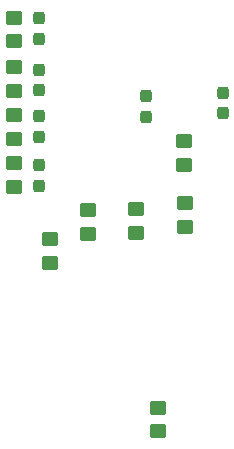
<source format=gbr>
%TF.GenerationSoftware,KiCad,Pcbnew,(6.0.11)*%
%TF.CreationDate,2023-02-15T13:18:50+01:00*%
%TF.ProjectId,FringeLocker,4672696e-6765-44c6-9f63-6b65722e6b69,0.1*%
%TF.SameCoordinates,Original*%
%TF.FileFunction,Paste,Bot*%
%TF.FilePolarity,Positive*%
%FSLAX46Y46*%
G04 Gerber Fmt 4.6, Leading zero omitted, Abs format (unit mm)*
G04 Created by KiCad (PCBNEW (6.0.11)) date 2023-02-15 13:18:50*
%MOMM*%
%LPD*%
G01*
G04 APERTURE LIST*
G04 Aperture macros list*
%AMRoundRect*
0 Rectangle with rounded corners*
0 $1 Rounding radius*
0 $2 $3 $4 $5 $6 $7 $8 $9 X,Y pos of 4 corners*
0 Add a 4 corners polygon primitive as box body*
4,1,4,$2,$3,$4,$5,$6,$7,$8,$9,$2,$3,0*
0 Add four circle primitives for the rounded corners*
1,1,$1+$1,$2,$3*
1,1,$1+$1,$4,$5*
1,1,$1+$1,$6,$7*
1,1,$1+$1,$8,$9*
0 Add four rect primitives between the rounded corners*
20,1,$1+$1,$2,$3,$4,$5,0*
20,1,$1+$1,$4,$5,$6,$7,0*
20,1,$1+$1,$6,$7,$8,$9,0*
20,1,$1+$1,$8,$9,$2,$3,0*%
G04 Aperture macros list end*
%ADD10RoundRect,0.237500X-0.237500X0.300000X-0.237500X-0.300000X0.237500X-0.300000X0.237500X0.300000X0*%
%ADD11RoundRect,0.250000X-0.450000X0.350000X-0.450000X-0.350000X0.450000X-0.350000X0.450000X0.350000X0*%
%ADD12RoundRect,0.250000X0.450000X-0.350000X0.450000X0.350000X-0.450000X0.350000X-0.450000X-0.350000X0*%
G04 APERTURE END LIST*
D10*
%TO.C,C3*%
X132895000Y-77137500D03*
X132895000Y-78862500D03*
%TD*%
%TO.C,C5*%
X142000000Y-75437500D03*
X142000000Y-77162500D03*
%TD*%
D11*
%TO.C,R2*%
X137045000Y-85087500D03*
X137045000Y-87087500D03*
%TD*%
%TO.C,R10*%
X143000000Y-101800000D03*
X143000000Y-103800000D03*
%TD*%
D12*
%TO.C,R8*%
X130795000Y-79037500D03*
X130795000Y-77037500D03*
%TD*%
%TO.C,R7*%
X130795000Y-74987500D03*
X130795000Y-72987500D03*
%TD*%
D10*
%TO.C,C6*%
X148500000Y-75137500D03*
X148500000Y-76862500D03*
%TD*%
D12*
%TO.C,R9*%
X130795000Y-83087500D03*
X130795000Y-81087500D03*
%TD*%
%TO.C,R4*%
X133895000Y-89537500D03*
X133895000Y-87537500D03*
%TD*%
D10*
%TO.C,C1*%
X132945000Y-68837500D03*
X132945000Y-70562500D03*
%TD*%
D12*
%TO.C,R5*%
X145295000Y-86487500D03*
X145295000Y-84487500D03*
%TD*%
%TO.C,R6*%
X130845000Y-70787500D03*
X130845000Y-68787500D03*
%TD*%
D10*
%TO.C,C2*%
X132895000Y-73187500D03*
X132895000Y-74912500D03*
%TD*%
D11*
%TO.C,R1*%
X141095000Y-84987500D03*
X141095000Y-86987500D03*
%TD*%
D10*
%TO.C,C4*%
X132895000Y-81287500D03*
X132895000Y-83012500D03*
%TD*%
D11*
%TO.C,R3*%
X145195000Y-79237500D03*
X145195000Y-81237500D03*
%TD*%
M02*

</source>
